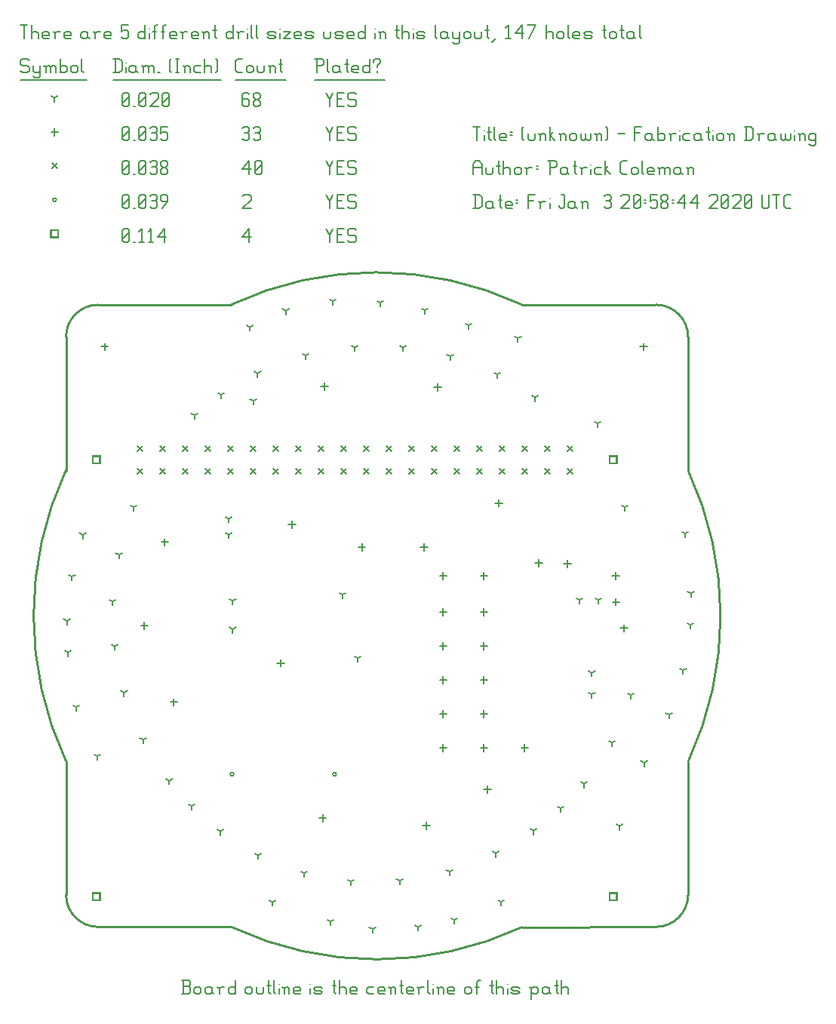
<source format=gbr>
G04 start of page 12 for group -3984 idx -3984 *
G04 Title: (unknown), fab *
G04 Creator: pcb 4.2.0 *
G04 CreationDate: Fri Jan  3 20:58:43 2020 UTC *
G04 For: blinken *
G04 Format: Gerber/RS-274X *
G04 PCB-Dimensions (mil): 3149.61 3149.61 *
G04 PCB-Coordinate-Origin: lower left *
%MOIN*%
%FSLAX25Y25*%
%LNFAB*%
%ADD65C,0.0100*%
%ADD64C,0.0075*%
%ADD63C,0.0060*%
%ADD62R,0.0080X0.0080*%
G54D62*X31865Y35065D02*X35065D01*
X31865D02*Y31865D01*
X35065D01*
Y35065D02*Y31865D01*
X260211Y35065D02*X263411D01*
X260211D02*Y31865D01*
X263411D01*
Y35065D02*Y31865D01*
X260211Y227978D02*X263411D01*
X260211D02*Y224778D01*
X263411D01*
Y227978D02*Y224778D01*
X31865Y227978D02*X35065D01*
X31865D02*Y224778D01*
X35065D01*
Y227978D02*Y224778D01*
X13400Y327811D02*X16600D01*
X13400D02*Y324611D01*
X16600D01*
Y327811D02*Y324611D01*
G54D63*X135000Y328461D02*X136500Y325461D01*
X138000Y328461D01*
X136500Y325461D02*Y322461D01*
X139800Y325761D02*X142050D01*
X139800Y322461D02*X142800D01*
X139800Y328461D02*Y322461D01*
Y328461D02*X142800D01*
X147600D02*X148350Y327711D01*
X145350Y328461D02*X147600D01*
X144600Y327711D02*X145350Y328461D01*
X144600Y327711D02*Y326211D01*
X145350Y325461D01*
X147600D01*
X148350Y324711D01*
Y323211D01*
X147600Y322461D02*X148350Y323211D01*
X145350Y322461D02*X147600D01*
X144600Y323211D02*X145350Y322461D01*
X98000Y324711D02*X101000Y328461D01*
X98000Y324711D02*X101750D01*
X101000Y328461D02*Y322461D01*
X45000Y323211D02*X45750Y322461D01*
X45000Y327711D02*Y323211D01*
Y327711D02*X45750Y328461D01*
X47250D01*
X48000Y327711D01*
Y323211D01*
X47250Y322461D02*X48000Y323211D01*
X45750Y322461D02*X47250D01*
X45000Y323961D02*X48000Y326961D01*
X49800Y322461D02*X50550D01*
X52350Y327261D02*X53550Y328461D01*
Y322461D01*
X52350D02*X54600D01*
X56400Y327261D02*X57600Y328461D01*
Y322461D01*
X56400D02*X58650D01*
X60450Y324711D02*X63450Y328461D01*
X60450Y324711D02*X64200D01*
X63450Y328461D02*Y322461D01*
X137877Y87487D02*G75*G03X139477Y87487I800J0D01*G01*
G75*G03X137877Y87487I-800J0D01*G01*
X92601D02*G75*G03X94201Y87487I800J0D01*G01*
G75*G03X92601Y87487I-800J0D01*G01*
X14200Y341211D02*G75*G03X15800Y341211I800J0D01*G01*
G75*G03X14200Y341211I-800J0D01*G01*
X135000Y343461D02*X136500Y340461D01*
X138000Y343461D01*
X136500Y340461D02*Y337461D01*
X139800Y340761D02*X142050D01*
X139800Y337461D02*X142800D01*
X139800Y343461D02*Y337461D01*
Y343461D02*X142800D01*
X147600D02*X148350Y342711D01*
X145350Y343461D02*X147600D01*
X144600Y342711D02*X145350Y343461D01*
X144600Y342711D02*Y341211D01*
X145350Y340461D01*
X147600D01*
X148350Y339711D01*
Y338211D01*
X147600Y337461D02*X148350Y338211D01*
X145350Y337461D02*X147600D01*
X144600Y338211D02*X145350Y337461D01*
X98000Y342711D02*X98750Y343461D01*
X101000D01*
X101750Y342711D01*
Y341211D01*
X98000Y337461D02*X101750Y341211D01*
X98000Y337461D02*X101750D01*
X45000Y338211D02*X45750Y337461D01*
X45000Y342711D02*Y338211D01*
Y342711D02*X45750Y343461D01*
X47250D01*
X48000Y342711D01*
Y338211D01*
X47250Y337461D02*X48000Y338211D01*
X45750Y337461D02*X47250D01*
X45000Y338961D02*X48000Y341961D01*
X49800Y337461D02*X50550D01*
X52350Y338211D02*X53100Y337461D01*
X52350Y342711D02*Y338211D01*
Y342711D02*X53100Y343461D01*
X54600D01*
X55350Y342711D01*
Y338211D01*
X54600Y337461D02*X55350Y338211D01*
X53100Y337461D02*X54600D01*
X52350Y338961D02*X55350Y341961D01*
X57150Y342711D02*X57900Y343461D01*
X59400D01*
X60150Y342711D01*
X59400Y337461D02*X60150Y338211D01*
X57900Y337461D02*X59400D01*
X57150Y338211D02*X57900Y337461D01*
Y340761D02*X59400D01*
X60150Y342711D02*Y341511D01*
Y340011D02*Y338211D01*
Y340011D02*X59400Y340761D01*
X60150Y341511D02*X59400Y340761D01*
X62700Y337461D02*X64950Y340461D01*
Y342711D02*Y340461D01*
X64200Y343461D02*X64950Y342711D01*
X62700Y343461D02*X64200D01*
X61950Y342711D02*X62700Y343461D01*
X61950Y342711D02*Y341211D01*
X62700Y340461D01*
X64950D01*
X51595Y222499D02*X53995Y220099D01*
X51595D02*X53995Y222499D01*
X51595Y232499D02*X53995Y230099D01*
X51595D02*X53995Y232499D01*
X61595Y222499D02*X63995Y220099D01*
X61595D02*X63995Y222499D01*
X61595Y232499D02*X63995Y230099D01*
X61595D02*X63995Y232499D01*
X71595Y222499D02*X73995Y220099D01*
X71595D02*X73995Y222499D01*
X71595Y232499D02*X73995Y230099D01*
X71595D02*X73995Y232499D01*
X81595Y222499D02*X83995Y220099D01*
X81595D02*X83995Y222499D01*
X81595Y232499D02*X83995Y230099D01*
X81595D02*X83995Y232499D01*
X91595Y222499D02*X93995Y220099D01*
X91595D02*X93995Y222499D01*
X91595Y232499D02*X93995Y230099D01*
X91595D02*X93995Y232499D01*
X101595Y222499D02*X103995Y220099D01*
X101595D02*X103995Y222499D01*
X101595Y232499D02*X103995Y230099D01*
X101595D02*X103995Y232499D01*
X111595Y222499D02*X113995Y220099D01*
X111595D02*X113995Y222499D01*
X111595Y232499D02*X113995Y230099D01*
X111595D02*X113995Y232499D01*
X121595Y222499D02*X123995Y220099D01*
X121595D02*X123995Y222499D01*
X121595Y232499D02*X123995Y230099D01*
X121595D02*X123995Y232499D01*
X131595Y222499D02*X133995Y220099D01*
X131595D02*X133995Y222499D01*
X131595Y232499D02*X133995Y230099D01*
X131595D02*X133995Y232499D01*
X141595Y222499D02*X143995Y220099D01*
X141595D02*X143995Y222499D01*
X141595Y232499D02*X143995Y230099D01*
X141595D02*X143995Y232499D01*
X151595Y222499D02*X153995Y220099D01*
X151595D02*X153995Y222499D01*
X151595Y232499D02*X153995Y230099D01*
X151595D02*X153995Y232499D01*
X161595Y222499D02*X163995Y220099D01*
X161595D02*X163995Y222499D01*
X161595Y232499D02*X163995Y230099D01*
X161595D02*X163995Y232499D01*
X171595Y222499D02*X173995Y220099D01*
X171595D02*X173995Y222499D01*
X171595Y232499D02*X173995Y230099D01*
X171595D02*X173995Y232499D01*
X181595Y222499D02*X183995Y220099D01*
X181595D02*X183995Y222499D01*
X181595Y232499D02*X183995Y230099D01*
X181595D02*X183995Y232499D01*
X191595Y222499D02*X193995Y220099D01*
X191595D02*X193995Y222499D01*
X191595Y232499D02*X193995Y230099D01*
X191595D02*X193995Y232499D01*
X201595Y222499D02*X203995Y220099D01*
X201595D02*X203995Y222499D01*
X201595Y232499D02*X203995Y230099D01*
X201595D02*X203995Y232499D01*
X211595Y222499D02*X213995Y220099D01*
X211595D02*X213995Y222499D01*
X211595Y232499D02*X213995Y230099D01*
X211595D02*X213995Y232499D01*
X221595Y222499D02*X223995Y220099D01*
X221595D02*X223995Y222499D01*
X221595Y232499D02*X223995Y230099D01*
X221595D02*X223995Y232499D01*
X231595Y222499D02*X233995Y220099D01*
X231595D02*X233995Y222499D01*
X231595Y232499D02*X233995Y230099D01*
X231595D02*X233995Y232499D01*
X241595Y222499D02*X243995Y220099D01*
X241595D02*X243995Y222499D01*
X241595Y232499D02*X243995Y230099D01*
X241595D02*X243995Y232499D01*
X13800Y357411D02*X16200Y355011D01*
X13800D02*X16200Y357411D01*
X135000Y358461D02*X136500Y355461D01*
X138000Y358461D01*
X136500Y355461D02*Y352461D01*
X139800Y355761D02*X142050D01*
X139800Y352461D02*X142800D01*
X139800Y358461D02*Y352461D01*
Y358461D02*X142800D01*
X147600D02*X148350Y357711D01*
X145350Y358461D02*X147600D01*
X144600Y357711D02*X145350Y358461D01*
X144600Y357711D02*Y356211D01*
X145350Y355461D01*
X147600D01*
X148350Y354711D01*
Y353211D01*
X147600Y352461D02*X148350Y353211D01*
X145350Y352461D02*X147600D01*
X144600Y353211D02*X145350Y352461D01*
X98000Y354711D02*X101000Y358461D01*
X98000Y354711D02*X101750D01*
X101000Y358461D02*Y352461D01*
X103550Y353211D02*X104300Y352461D01*
X103550Y357711D02*Y353211D01*
Y357711D02*X104300Y358461D01*
X105800D01*
X106550Y357711D01*
Y353211D01*
X105800Y352461D02*X106550Y353211D01*
X104300Y352461D02*X105800D01*
X103550Y353961D02*X106550Y356961D01*
X45000Y353211D02*X45750Y352461D01*
X45000Y357711D02*Y353211D01*
Y357711D02*X45750Y358461D01*
X47250D01*
X48000Y357711D01*
Y353211D01*
X47250Y352461D02*X48000Y353211D01*
X45750Y352461D02*X47250D01*
X45000Y353961D02*X48000Y356961D01*
X49800Y352461D02*X50550D01*
X52350Y353211D02*X53100Y352461D01*
X52350Y357711D02*Y353211D01*
Y357711D02*X53100Y358461D01*
X54600D01*
X55350Y357711D01*
Y353211D01*
X54600Y352461D02*X55350Y353211D01*
X53100Y352461D02*X54600D01*
X52350Y353961D02*X55350Y356961D01*
X57150Y357711D02*X57900Y358461D01*
X59400D01*
X60150Y357711D01*
X59400Y352461D02*X60150Y353211D01*
X57900Y352461D02*X59400D01*
X57150Y353211D02*X57900Y352461D01*
Y355761D02*X59400D01*
X60150Y357711D02*Y356511D01*
Y355011D02*Y353211D01*
Y355011D02*X59400Y355761D01*
X60150Y356511D02*X59400Y355761D01*
X61950Y353211D02*X62700Y352461D01*
X61950Y354411D02*Y353211D01*
Y354411D02*X63000Y355461D01*
X63900D01*
X64950Y354411D01*
Y353211D01*
X64200Y352461D02*X64950Y353211D01*
X62700Y352461D02*X64200D01*
X61950Y356511D02*X63000Y355461D01*
X61950Y357711D02*Y356511D01*
Y357711D02*X62700Y358461D01*
X64200D01*
X64950Y357711D01*
Y356511D01*
X63900Y355461D02*X64950Y356511D01*
X211295Y208899D02*Y205699D01*
X209695Y207299D02*X212895D01*
X150795Y189399D02*Y186199D01*
X149195Y187799D02*X152395D01*
X178295Y189399D02*Y186199D01*
X176695Y187799D02*X179895D01*
X206295Y82399D02*Y79199D01*
X204695Y80799D02*X207895D01*
X119985Y199376D02*Y196176D01*
X118385Y197776D02*X121585D01*
X186685Y160876D02*Y157676D01*
X185085Y159276D02*X188285D01*
X204685Y160876D02*Y157676D01*
X203085Y159276D02*X206285D01*
X186685Y145876D02*Y142676D01*
X185085Y144276D02*X188285D01*
X186685Y130876D02*Y127676D01*
X185085Y129276D02*X188285D01*
X186685Y115876D02*Y112676D01*
X185085Y114276D02*X188285D01*
X186685Y100876D02*Y97676D01*
X185085Y99276D02*X188285D01*
X204685Y100876D02*Y97676D01*
X203085Y99276D02*X206285D01*
X204685Y115876D02*Y112676D01*
X203085Y114276D02*X206285D01*
X204685Y130876D02*Y127676D01*
X203085Y129276D02*X206285D01*
X204685Y145876D02*Y142676D01*
X203085Y144276D02*X206285D01*
X222685Y100876D02*Y97676D01*
X221085Y99276D02*X224285D01*
X186685Y176876D02*Y173676D01*
X185085Y175276D02*X188285D01*
X114961Y138214D02*Y135014D01*
X113361Y136614D02*X116561D01*
X67700Y120961D02*Y117761D01*
X66100Y119361D02*X69300D01*
X133400Y69761D02*Y66561D01*
X131800Y68161D02*X135000D01*
X179200Y66461D02*Y63261D01*
X177600Y64861D02*X180800D01*
X54700Y154861D02*Y151661D01*
X53100Y153261D02*X56300D01*
X63700Y191661D02*Y188461D01*
X62100Y190061D02*X65300D01*
X134200Y260361D02*Y257161D01*
X132600Y258761D02*X135800D01*
X184200Y260061D02*Y256861D01*
X182600Y258461D02*X185800D01*
X37100Y277961D02*Y274761D01*
X35500Y276361D02*X38700D01*
X275300Y277961D02*Y274761D01*
X273700Y276361D02*X276900D01*
X262900Y176761D02*Y173561D01*
X261300Y175161D02*X264500D01*
X263000Y165261D02*Y162061D01*
X261400Y163661D02*X264600D01*
X266500Y153661D02*Y150461D01*
X264900Y152061D02*X268100D01*
X228800Y182361D02*Y179161D01*
X227200Y180761D02*X230400D01*
X241600Y182161D02*Y178961D01*
X240000Y180561D02*X243200D01*
X204700Y176861D02*Y173661D01*
X203100Y175261D02*X206300D01*
X15000Y372811D02*Y369611D01*
X13400Y371211D02*X16600D01*
X135000Y373461D02*X136500Y370461D01*
X138000Y373461D01*
X136500Y370461D02*Y367461D01*
X139800Y370761D02*X142050D01*
X139800Y367461D02*X142800D01*
X139800Y373461D02*Y367461D01*
Y373461D02*X142800D01*
X147600D02*X148350Y372711D01*
X145350Y373461D02*X147600D01*
X144600Y372711D02*X145350Y373461D01*
X144600Y372711D02*Y371211D01*
X145350Y370461D01*
X147600D01*
X148350Y369711D01*
Y368211D01*
X147600Y367461D02*X148350Y368211D01*
X145350Y367461D02*X147600D01*
X144600Y368211D02*X145350Y367461D01*
X98000Y372711D02*X98750Y373461D01*
X100250D01*
X101000Y372711D01*
X100250Y367461D02*X101000Y368211D01*
X98750Y367461D02*X100250D01*
X98000Y368211D02*X98750Y367461D01*
Y370761D02*X100250D01*
X101000Y372711D02*Y371511D01*
Y370011D02*Y368211D01*
Y370011D02*X100250Y370761D01*
X101000Y371511D02*X100250Y370761D01*
X102800Y372711D02*X103550Y373461D01*
X105050D01*
X105800Y372711D01*
X105050Y367461D02*X105800Y368211D01*
X103550Y367461D02*X105050D01*
X102800Y368211D02*X103550Y367461D01*
Y370761D02*X105050D01*
X105800Y372711D02*Y371511D01*
Y370011D02*Y368211D01*
Y370011D02*X105050Y370761D01*
X105800Y371511D02*X105050Y370761D01*
X45000Y368211D02*X45750Y367461D01*
X45000Y372711D02*Y368211D01*
Y372711D02*X45750Y373461D01*
X47250D01*
X48000Y372711D01*
Y368211D01*
X47250Y367461D02*X48000Y368211D01*
X45750Y367461D02*X47250D01*
X45000Y368961D02*X48000Y371961D01*
X49800Y367461D02*X50550D01*
X52350Y368211D02*X53100Y367461D01*
X52350Y372711D02*Y368211D01*
Y372711D02*X53100Y373461D01*
X54600D01*
X55350Y372711D01*
Y368211D01*
X54600Y367461D02*X55350Y368211D01*
X53100Y367461D02*X54600D01*
X52350Y368961D02*X55350Y371961D01*
X57150Y372711D02*X57900Y373461D01*
X59400D01*
X60150Y372711D01*
X59400Y367461D02*X60150Y368211D01*
X57900Y367461D02*X59400D01*
X57150Y368211D02*X57900Y367461D01*
Y370761D02*X59400D01*
X60150Y372711D02*Y371511D01*
Y370011D02*Y368211D01*
Y370011D02*X59400Y370761D01*
X60150Y371511D02*X59400Y370761D01*
X61950Y373461D02*X64950D01*
X61950D02*Y370461D01*
X62700Y371211D01*
X64200D01*
X64950Y370461D01*
Y368211D01*
X64200Y367461D02*X64950Y368211D01*
X62700Y367461D02*X64200D01*
X61950Y368211D02*X62700Y367461D01*
X91795Y193299D02*Y191699D01*
Y193299D02*X93182Y194099D01*
X91795Y193299D02*X90409Y194099D01*
X142295Y166799D02*Y165199D01*
Y166799D02*X143682Y167599D01*
X142295Y166799D02*X140909Y167599D01*
X148795Y138799D02*Y137199D01*
Y138799D02*X150182Y139599D01*
X148795Y138799D02*X147409Y139599D01*
X91795Y200299D02*Y198699D01*
Y200299D02*X93182Y201099D01*
X91795Y200299D02*X90409Y201099D01*
X76772Y246063D02*Y244463D01*
Y246063D02*X78158Y246863D01*
X76772Y246063D02*X75385Y246863D01*
X88583Y255118D02*Y253518D01*
Y255118D02*X89969Y255918D01*
X88583Y255118D02*X87196Y255918D01*
X125984Y272441D02*Y270841D01*
Y272441D02*X127371Y273241D01*
X125984Y272441D02*X124598Y273241D01*
X147638Y275984D02*Y274384D01*
Y275984D02*X149024Y276784D01*
X147638Y275984D02*X146251Y276784D01*
X168898Y275984D02*Y274384D01*
Y275984D02*X170284Y276784D01*
X168898Y275984D02*X167511Y276784D01*
X189764Y272047D02*Y270447D01*
Y272047D02*X191150Y272847D01*
X189764Y272047D02*X188377Y272847D01*
X210630Y264173D02*Y262573D01*
Y264173D02*X212017Y264973D01*
X210630Y264173D02*X209243Y264973D01*
X227165Y253937D02*Y252337D01*
Y253937D02*X228552Y254737D01*
X227165Y253937D02*X225779Y254737D01*
X254798Y242520D02*Y240920D01*
Y242520D02*X256185Y243320D01*
X254798Y242520D02*X253412Y243320D01*
X266929Y205512D02*Y203912D01*
Y205512D02*X268316Y206312D01*
X266929Y205512D02*X265542Y206312D01*
X104724Y264567D02*Y262967D01*
Y264567D02*X106111Y265367D01*
X104724Y264567D02*X103338Y265367D01*
X269600Y122361D02*Y120761D01*
Y122361D02*X270987Y123161D01*
X269600Y122361D02*X268213Y123161D01*
X261200Y101461D02*Y99861D01*
Y101461D02*X262587Y102261D01*
X261200Y101461D02*X259813Y102261D01*
X248800Y83261D02*Y81661D01*
Y83261D02*X250187Y84061D01*
X248800Y83261D02*X247413Y84061D01*
X238600Y72461D02*Y70861D01*
Y72461D02*X239987Y73261D01*
X238600Y72461D02*X237213Y73261D01*
X226500Y62561D02*Y60961D01*
Y62561D02*X227887Y63361D01*
X226500Y62561D02*X225113Y63361D01*
X209900Y52561D02*Y50961D01*
Y52561D02*X211287Y53361D01*
X209900Y52561D02*X208513Y53361D01*
X189400Y44461D02*Y42861D01*
Y44461D02*X190787Y45261D01*
X189400Y44461D02*X188013Y45261D01*
X167400Y40361D02*Y38761D01*
Y40361D02*X168787Y41161D01*
X167400Y40361D02*X166013Y41161D01*
X145800Y40161D02*Y38561D01*
Y40161D02*X147187Y40961D01*
X145800Y40161D02*X144413Y40961D01*
X125197Y43701D02*Y42101D01*
Y43701D02*X126584Y44501D01*
X125197Y43701D02*X123810Y44501D01*
X104800Y51661D02*Y50061D01*
Y51661D02*X106187Y52461D01*
X104800Y51661D02*X103413Y52461D01*
X88300Y62261D02*Y60661D01*
Y62261D02*X89687Y63061D01*
X88300Y62261D02*X86913Y63061D01*
X75600Y73461D02*Y71861D01*
Y73461D02*X76987Y74261D01*
X75600Y73461D02*X74213Y74261D01*
X65700Y84661D02*Y83061D01*
Y84661D02*X67087Y85461D01*
X65700Y84661D02*X64313Y85461D01*
X54100Y102761D02*Y101161D01*
Y102761D02*X55487Y103561D01*
X54100Y102761D02*X52713Y103561D01*
X45700Y123561D02*Y121961D01*
Y123561D02*X47087Y124361D01*
X45700Y123561D02*X44313Y124361D01*
X41500Y143961D02*Y142361D01*
Y143961D02*X42887Y144761D01*
X41500Y143961D02*X40113Y144761D01*
X40600Y163861D02*Y162261D01*
Y163861D02*X41987Y164661D01*
X40600Y163861D02*X39213Y164661D01*
X43400Y184461D02*Y182861D01*
Y184461D02*X44787Y185261D01*
X43400Y184461D02*X42013Y185261D01*
X50000Y205512D02*Y203912D01*
Y205512D02*X51387Y206312D01*
X50000Y205512D02*X48613Y206312D01*
X155400Y19061D02*Y17461D01*
Y19061D02*X156787Y19861D01*
X155400Y19061D02*X154013Y19861D01*
X175600Y19961D02*Y18361D01*
Y19961D02*X176987Y20761D01*
X175600Y19961D02*X174213Y20761D01*
X136900Y22461D02*Y20861D01*
Y22461D02*X138287Y23261D01*
X136900Y22461D02*X135513Y23261D01*
X111200Y30961D02*Y29361D01*
Y30961D02*X112587Y31761D01*
X111200Y30961D02*X109813Y31761D01*
X20900Y141261D02*Y139661D01*
Y141261D02*X22287Y142061D01*
X20900Y141261D02*X19513Y142061D01*
X22700Y174861D02*Y173261D01*
Y174861D02*X24087Y175661D01*
X22700Y174861D02*X21313Y175661D01*
X20400Y155261D02*Y153661D01*
Y155261D02*X21787Y156061D01*
X20400Y155261D02*X19013Y156061D01*
X24500Y117061D02*Y115461D01*
Y117061D02*X25887Y117861D01*
X24500Y117061D02*X23113Y117861D01*
X33800Y95361D02*Y93761D01*
Y95361D02*X35187Y96161D01*
X33800Y95361D02*X32413Y96161D01*
X27400Y193261D02*Y191661D01*
Y193261D02*X28787Y194061D01*
X27400Y193261D02*X26013Y194061D01*
X102756Y252362D02*Y250762D01*
Y252362D02*X104143Y253162D01*
X102756Y252362D02*X101369Y253162D01*
X93701Y164173D02*Y162573D01*
Y164173D02*X95087Y164973D01*
X93701Y164173D02*X92314Y164973D01*
X93701Y151575D02*Y149975D01*
Y151575D02*X95087Y152375D01*
X93701Y151575D02*X92314Y152375D01*
X252362Y132283D02*Y130683D01*
Y132283D02*X253749Y133083D01*
X252362Y132283D02*X250976Y133083D01*
X252362Y122835D02*Y121235D01*
Y122835D02*X253749Y123635D01*
X252362Y122835D02*X250976Y123635D01*
X255200Y164361D02*Y162761D01*
Y164361D02*X256587Y165161D01*
X255200Y164361D02*X253813Y165161D01*
X247000Y164361D02*Y162761D01*
Y164361D02*X248387Y165161D01*
X247000Y164361D02*X245613Y165161D01*
X293500Y193861D02*Y192261D01*
Y193861D02*X294887Y194661D01*
X293500Y193861D02*X292113Y194661D01*
X296100Y167361D02*Y165761D01*
Y167361D02*X297487Y168161D01*
X296100Y167361D02*X294713Y168161D01*
X296000Y153461D02*Y151861D01*
Y153461D02*X297387Y154261D01*
X296000Y153461D02*X294613Y154261D01*
X292700Y133361D02*Y131761D01*
Y133361D02*X294087Y134161D01*
X292700Y133361D02*X291313Y134161D01*
X286400Y113861D02*Y112261D01*
Y113861D02*X287787Y114661D01*
X286400Y113861D02*X285013Y114661D01*
X275400Y92561D02*Y90961D01*
Y92561D02*X276787Y93361D01*
X275400Y92561D02*X274013Y93361D01*
X264600Y64561D02*Y62961D01*
Y64561D02*X265987Y65361D01*
X264600Y64561D02*X263213Y65361D01*
X191600Y23061D02*Y21461D01*
Y23061D02*X192987Y23861D01*
X191600Y23061D02*X190213Y23861D01*
X212300Y31161D02*Y29561D01*
Y31161D02*X213687Y31961D01*
X212300Y31161D02*X210913Y31961D01*
X101300Y284961D02*Y283361D01*
Y284961D02*X102687Y285761D01*
X101300Y284961D02*X99913Y285761D01*
X117100Y292261D02*Y290661D01*
Y292261D02*X118487Y293061D01*
X117100Y292261D02*X115713Y293061D01*
X137800Y296461D02*Y294861D01*
Y296461D02*X139187Y297261D01*
X137800Y296461D02*X136413Y297261D01*
X158900Y295861D02*Y294261D01*
Y295861D02*X160287Y296661D01*
X158900Y295861D02*X157513Y296661D01*
X178600Y292461D02*Y290861D01*
Y292461D02*X179987Y293261D01*
X178600Y292461D02*X177213Y293261D01*
X198000Y285861D02*Y284261D01*
Y285861D02*X199387Y286661D01*
X198000Y285861D02*X196613Y286661D01*
X219700Y280161D02*Y278561D01*
Y280161D02*X221087Y280961D01*
X219700Y280161D02*X218313Y280961D01*
X15000Y386211D02*Y384611D01*
Y386211D02*X16387Y387011D01*
X15000Y386211D02*X13613Y387011D01*
X135000Y388461D02*X136500Y385461D01*
X138000Y388461D01*
X136500Y385461D02*Y382461D01*
X139800Y385761D02*X142050D01*
X139800Y382461D02*X142800D01*
X139800Y388461D02*Y382461D01*
Y388461D02*X142800D01*
X147600D02*X148350Y387711D01*
X145350Y388461D02*X147600D01*
X144600Y387711D02*X145350Y388461D01*
X144600Y387711D02*Y386211D01*
X145350Y385461D01*
X147600D01*
X148350Y384711D01*
Y383211D01*
X147600Y382461D02*X148350Y383211D01*
X145350Y382461D02*X147600D01*
X144600Y383211D02*X145350Y382461D01*
X100250Y388461D02*X101000Y387711D01*
X98750Y388461D02*X100250D01*
X98000Y387711D02*X98750Y388461D01*
X98000Y387711D02*Y383211D01*
X98750Y382461D01*
X100250Y385761D02*X101000Y385011D01*
X98000Y385761D02*X100250D01*
X98750Y382461D02*X100250D01*
X101000Y383211D01*
Y385011D02*Y383211D01*
X102800D02*X103550Y382461D01*
X102800Y384411D02*Y383211D01*
Y384411D02*X103850Y385461D01*
X104750D01*
X105800Y384411D01*
Y383211D01*
X105050Y382461D02*X105800Y383211D01*
X103550Y382461D02*X105050D01*
X102800Y386511D02*X103850Y385461D01*
X102800Y387711D02*Y386511D01*
Y387711D02*X103550Y388461D01*
X105050D01*
X105800Y387711D01*
Y386511D01*
X104750Y385461D02*X105800Y386511D01*
X45000Y383211D02*X45750Y382461D01*
X45000Y387711D02*Y383211D01*
Y387711D02*X45750Y388461D01*
X47250D01*
X48000Y387711D01*
Y383211D01*
X47250Y382461D02*X48000Y383211D01*
X45750Y382461D02*X47250D01*
X45000Y383961D02*X48000Y386961D01*
X49800Y382461D02*X50550D01*
X52350Y383211D02*X53100Y382461D01*
X52350Y387711D02*Y383211D01*
Y387711D02*X53100Y388461D01*
X54600D01*
X55350Y387711D01*
Y383211D01*
X54600Y382461D02*X55350Y383211D01*
X53100Y382461D02*X54600D01*
X52350Y383961D02*X55350Y386961D01*
X57150Y387711D02*X57900Y388461D01*
X60150D01*
X60900Y387711D01*
Y386211D01*
X57150Y382461D02*X60900Y386211D01*
X57150Y382461D02*X60900D01*
X62700Y383211D02*X63450Y382461D01*
X62700Y387711D02*Y383211D01*
Y387711D02*X63450Y388461D01*
X64950D01*
X65700Y387711D01*
Y383211D01*
X64950Y382461D02*X65700Y383211D01*
X63450Y382461D02*X64950D01*
X62700Y383961D02*X65700Y386961D01*
X3000Y403461D02*X3750Y402711D01*
X750Y403461D02*X3000D01*
X0Y402711D02*X750Y403461D01*
X0Y402711D02*Y401211D01*
X750Y400461D01*
X3000D01*
X3750Y399711D01*
Y398211D01*
X3000Y397461D02*X3750Y398211D01*
X750Y397461D02*X3000D01*
X0Y398211D02*X750Y397461D01*
X5550Y400461D02*Y398211D01*
X6300Y397461D01*
X8550Y400461D02*Y395961D01*
X7800Y395211D02*X8550Y395961D01*
X6300Y395211D02*X7800D01*
X5550Y395961D02*X6300Y395211D01*
Y397461D02*X7800D01*
X8550Y398211D01*
X11100Y399711D02*Y397461D01*
Y399711D02*X11850Y400461D01*
X12600D01*
X13350Y399711D01*
Y397461D01*
Y399711D02*X14100Y400461D01*
X14850D01*
X15600Y399711D01*
Y397461D01*
X10350Y400461D02*X11100Y399711D01*
X17400Y403461D02*Y397461D01*
Y398211D02*X18150Y397461D01*
X19650D01*
X20400Y398211D01*
Y399711D02*Y398211D01*
X19650Y400461D02*X20400Y399711D01*
X18150Y400461D02*X19650D01*
X17400Y399711D02*X18150Y400461D01*
X22200Y399711D02*Y398211D01*
Y399711D02*X22950Y400461D01*
X24450D01*
X25200Y399711D01*
Y398211D01*
X24450Y397461D02*X25200Y398211D01*
X22950Y397461D02*X24450D01*
X22200Y398211D02*X22950Y397461D01*
X27000Y403461D02*Y398211D01*
X27750Y397461D01*
X0Y394211D02*X29250D01*
X41750Y403461D02*Y397461D01*
X43700Y403461D02*X44750Y402411D01*
Y398511D01*
X43700Y397461D02*X44750Y398511D01*
X41000Y397461D02*X43700D01*
X41000Y403461D02*X43700D01*
G54D64*X46550Y401961D02*Y401811D01*
G54D63*Y399711D02*Y397461D01*
X50300Y400461D02*X51050Y399711D01*
X48800Y400461D02*X50300D01*
X48050Y399711D02*X48800Y400461D01*
X48050Y399711D02*Y398211D01*
X48800Y397461D01*
X51050Y400461D02*Y398211D01*
X51800Y397461D01*
X48800D02*X50300D01*
X51050Y398211D01*
X54350Y399711D02*Y397461D01*
Y399711D02*X55100Y400461D01*
X55850D01*
X56600Y399711D01*
Y397461D01*
Y399711D02*X57350Y400461D01*
X58100D01*
X58850Y399711D01*
Y397461D01*
X53600Y400461D02*X54350Y399711D01*
X60650Y397461D02*X61400D01*
X65900Y398211D02*X66650Y397461D01*
X65900Y402711D02*X66650Y403461D01*
X65900Y402711D02*Y398211D01*
X68450Y403461D02*X69950D01*
X69200D02*Y397461D01*
X68450D02*X69950D01*
X72500Y399711D02*Y397461D01*
Y399711D02*X73250Y400461D01*
X74000D01*
X74750Y399711D01*
Y397461D01*
X71750Y400461D02*X72500Y399711D01*
X77300Y400461D02*X79550D01*
X76550Y399711D02*X77300Y400461D01*
X76550Y399711D02*Y398211D01*
X77300Y397461D01*
X79550D01*
X81350Y403461D02*Y397461D01*
Y399711D02*X82100Y400461D01*
X83600D01*
X84350Y399711D01*
Y397461D01*
X86150Y403461D02*X86900Y402711D01*
Y398211D01*
X86150Y397461D02*X86900Y398211D01*
X41000Y394211D02*X88700D01*
X96050Y397461D02*X98000D01*
X95000Y398511D02*X96050Y397461D01*
X95000Y402411D02*Y398511D01*
Y402411D02*X96050Y403461D01*
X98000D01*
X99800Y399711D02*Y398211D01*
Y399711D02*X100550Y400461D01*
X102050D01*
X102800Y399711D01*
Y398211D01*
X102050Y397461D02*X102800Y398211D01*
X100550Y397461D02*X102050D01*
X99800Y398211D02*X100550Y397461D01*
X104600Y400461D02*Y398211D01*
X105350Y397461D01*
X106850D01*
X107600Y398211D01*
Y400461D02*Y398211D01*
X110150Y399711D02*Y397461D01*
Y399711D02*X110900Y400461D01*
X111650D01*
X112400Y399711D01*
Y397461D01*
X109400Y400461D02*X110150Y399711D01*
X114950Y403461D02*Y398211D01*
X115700Y397461D01*
X114200Y401211D02*X115700D01*
X95000Y394211D02*X117200D01*
X130750Y403461D02*Y397461D01*
X130000Y403461D02*X133000D01*
X133750Y402711D01*
Y401211D01*
X133000Y400461D02*X133750Y401211D01*
X130750Y400461D02*X133000D01*
X135550Y403461D02*Y398211D01*
X136300Y397461D01*
X140050Y400461D02*X140800Y399711D01*
X138550Y400461D02*X140050D01*
X137800Y399711D02*X138550Y400461D01*
X137800Y399711D02*Y398211D01*
X138550Y397461D01*
X140800Y400461D02*Y398211D01*
X141550Y397461D01*
X138550D02*X140050D01*
X140800Y398211D01*
X144100Y403461D02*Y398211D01*
X144850Y397461D01*
X143350Y401211D02*X144850D01*
X147100Y397461D02*X149350D01*
X146350Y398211D02*X147100Y397461D01*
X146350Y399711D02*Y398211D01*
Y399711D02*X147100Y400461D01*
X148600D01*
X149350Y399711D01*
X146350Y398961D02*X149350D01*
Y399711D02*Y398961D01*
X154150Y403461D02*Y397461D01*
X153400D02*X154150Y398211D01*
X151900Y397461D02*X153400D01*
X151150Y398211D02*X151900Y397461D01*
X151150Y399711D02*Y398211D01*
Y399711D02*X151900Y400461D01*
X153400D01*
X154150Y399711D01*
X157450Y400461D02*Y399711D01*
Y398211D02*Y397461D01*
X155950Y402711D02*Y401961D01*
Y402711D02*X156700Y403461D01*
X158200D01*
X158950Y402711D01*
Y401961D01*
X157450Y400461D02*X158950Y401961D01*
X130000Y394211D02*X160750D01*
X0Y418461D02*X3000D01*
X1500D02*Y412461D01*
X4800Y418461D02*Y412461D01*
Y414711D02*X5550Y415461D01*
X7050D01*
X7800Y414711D01*
Y412461D01*
X10350D02*X12600D01*
X9600Y413211D02*X10350Y412461D01*
X9600Y414711D02*Y413211D01*
Y414711D02*X10350Y415461D01*
X11850D01*
X12600Y414711D01*
X9600Y413961D02*X12600D01*
Y414711D02*Y413961D01*
X15150Y414711D02*Y412461D01*
Y414711D02*X15900Y415461D01*
X17400D01*
X14400D02*X15150Y414711D01*
X19950Y412461D02*X22200D01*
X19200Y413211D02*X19950Y412461D01*
X19200Y414711D02*Y413211D01*
Y414711D02*X19950Y415461D01*
X21450D01*
X22200Y414711D01*
X19200Y413961D02*X22200D01*
Y414711D02*Y413961D01*
X28950Y415461D02*X29700Y414711D01*
X27450Y415461D02*X28950D01*
X26700Y414711D02*X27450Y415461D01*
X26700Y414711D02*Y413211D01*
X27450Y412461D01*
X29700Y415461D02*Y413211D01*
X30450Y412461D01*
X27450D02*X28950D01*
X29700Y413211D01*
X33000Y414711D02*Y412461D01*
Y414711D02*X33750Y415461D01*
X35250D01*
X32250D02*X33000Y414711D01*
X37800Y412461D02*X40050D01*
X37050Y413211D02*X37800Y412461D01*
X37050Y414711D02*Y413211D01*
Y414711D02*X37800Y415461D01*
X39300D01*
X40050Y414711D01*
X37050Y413961D02*X40050D01*
Y414711D02*Y413961D01*
X44550Y418461D02*X47550D01*
X44550D02*Y415461D01*
X45300Y416211D01*
X46800D01*
X47550Y415461D01*
Y413211D01*
X46800Y412461D02*X47550Y413211D01*
X45300Y412461D02*X46800D01*
X44550Y413211D02*X45300Y412461D01*
X55050Y418461D02*Y412461D01*
X54300D02*X55050Y413211D01*
X52800Y412461D02*X54300D01*
X52050Y413211D02*X52800Y412461D01*
X52050Y414711D02*Y413211D01*
Y414711D02*X52800Y415461D01*
X54300D01*
X55050Y414711D01*
G54D64*X56850Y416961D02*Y416811D01*
G54D63*Y414711D02*Y412461D01*
X59100Y417711D02*Y412461D01*
Y417711D02*X59850Y418461D01*
X60600D01*
X58350Y415461D02*X59850D01*
X62850Y417711D02*Y412461D01*
Y417711D02*X63600Y418461D01*
X64350D01*
X62100Y415461D02*X63600D01*
X66600Y412461D02*X68850D01*
X65850Y413211D02*X66600Y412461D01*
X65850Y414711D02*Y413211D01*
Y414711D02*X66600Y415461D01*
X68100D01*
X68850Y414711D01*
X65850Y413961D02*X68850D01*
Y414711D02*Y413961D01*
X71400Y414711D02*Y412461D01*
Y414711D02*X72150Y415461D01*
X73650D01*
X70650D02*X71400Y414711D01*
X76200Y412461D02*X78450D01*
X75450Y413211D02*X76200Y412461D01*
X75450Y414711D02*Y413211D01*
Y414711D02*X76200Y415461D01*
X77700D01*
X78450Y414711D01*
X75450Y413961D02*X78450D01*
Y414711D02*Y413961D01*
X81000Y414711D02*Y412461D01*
Y414711D02*X81750Y415461D01*
X82500D01*
X83250Y414711D01*
Y412461D01*
X80250Y415461D02*X81000Y414711D01*
X85800Y418461D02*Y413211D01*
X86550Y412461D01*
X85050Y416211D02*X86550D01*
X93750Y418461D02*Y412461D01*
X93000D02*X93750Y413211D01*
X91500Y412461D02*X93000D01*
X90750Y413211D02*X91500Y412461D01*
X90750Y414711D02*Y413211D01*
Y414711D02*X91500Y415461D01*
X93000D01*
X93750Y414711D01*
X96300D02*Y412461D01*
Y414711D02*X97050Y415461D01*
X98550D01*
X95550D02*X96300Y414711D01*
G54D64*X100350Y416961D02*Y416811D01*
G54D63*Y414711D02*Y412461D01*
X101850Y418461D02*Y413211D01*
X102600Y412461D01*
X104100Y418461D02*Y413211D01*
X104850Y412461D01*
X109800D02*X112050D01*
X112800Y413211D01*
X112050Y413961D02*X112800Y413211D01*
X109800Y413961D02*X112050D01*
X109050Y414711D02*X109800Y413961D01*
X109050Y414711D02*X109800Y415461D01*
X112050D01*
X112800Y414711D01*
X109050Y413211D02*X109800Y412461D01*
G54D64*X114600Y416961D02*Y416811D01*
G54D63*Y414711D02*Y412461D01*
X116100Y415461D02*X119100D01*
X116100Y412461D02*X119100Y415461D01*
X116100Y412461D02*X119100D01*
X121650D02*X123900D01*
X120900Y413211D02*X121650Y412461D01*
X120900Y414711D02*Y413211D01*
Y414711D02*X121650Y415461D01*
X123150D01*
X123900Y414711D01*
X120900Y413961D02*X123900D01*
Y414711D02*Y413961D01*
X126450Y412461D02*X128700D01*
X129450Y413211D01*
X128700Y413961D02*X129450Y413211D01*
X126450Y413961D02*X128700D01*
X125700Y414711D02*X126450Y413961D01*
X125700Y414711D02*X126450Y415461D01*
X128700D01*
X129450Y414711D01*
X125700Y413211D02*X126450Y412461D01*
X133950Y415461D02*Y413211D01*
X134700Y412461D01*
X136200D01*
X136950Y413211D01*
Y415461D02*Y413211D01*
X139500Y412461D02*X141750D01*
X142500Y413211D01*
X141750Y413961D02*X142500Y413211D01*
X139500Y413961D02*X141750D01*
X138750Y414711D02*X139500Y413961D01*
X138750Y414711D02*X139500Y415461D01*
X141750D01*
X142500Y414711D01*
X138750Y413211D02*X139500Y412461D01*
X145050D02*X147300D01*
X144300Y413211D02*X145050Y412461D01*
X144300Y414711D02*Y413211D01*
Y414711D02*X145050Y415461D01*
X146550D01*
X147300Y414711D01*
X144300Y413961D02*X147300D01*
Y414711D02*Y413961D01*
X152100Y418461D02*Y412461D01*
X151350D02*X152100Y413211D01*
X149850Y412461D02*X151350D01*
X149100Y413211D02*X149850Y412461D01*
X149100Y414711D02*Y413211D01*
Y414711D02*X149850Y415461D01*
X151350D01*
X152100Y414711D01*
G54D64*X156600Y416961D02*Y416811D01*
G54D63*Y414711D02*Y412461D01*
X158850Y414711D02*Y412461D01*
Y414711D02*X159600Y415461D01*
X160350D01*
X161100Y414711D01*
Y412461D01*
X158100Y415461D02*X158850Y414711D01*
X166350Y418461D02*Y413211D01*
X167100Y412461D01*
X165600Y416211D02*X167100D01*
X168600Y418461D02*Y412461D01*
Y414711D02*X169350Y415461D01*
X170850D01*
X171600Y414711D01*
Y412461D01*
G54D64*X173400Y416961D02*Y416811D01*
G54D63*Y414711D02*Y412461D01*
X175650D02*X177900D01*
X178650Y413211D01*
X177900Y413961D02*X178650Y413211D01*
X175650Y413961D02*X177900D01*
X174900Y414711D02*X175650Y413961D01*
X174900Y414711D02*X175650Y415461D01*
X177900D01*
X178650Y414711D01*
X174900Y413211D02*X175650Y412461D01*
X183150Y418461D02*Y413211D01*
X183900Y412461D01*
X187650Y415461D02*X188400Y414711D01*
X186150Y415461D02*X187650D01*
X185400Y414711D02*X186150Y415461D01*
X185400Y414711D02*Y413211D01*
X186150Y412461D01*
X188400Y415461D02*Y413211D01*
X189150Y412461D01*
X186150D02*X187650D01*
X188400Y413211D01*
X190950Y415461D02*Y413211D01*
X191700Y412461D01*
X193950Y415461D02*Y410961D01*
X193200Y410211D02*X193950Y410961D01*
X191700Y410211D02*X193200D01*
X190950Y410961D02*X191700Y410211D01*
Y412461D02*X193200D01*
X193950Y413211D01*
X195750Y414711D02*Y413211D01*
Y414711D02*X196500Y415461D01*
X198000D01*
X198750Y414711D01*
Y413211D01*
X198000Y412461D02*X198750Y413211D01*
X196500Y412461D02*X198000D01*
X195750Y413211D02*X196500Y412461D01*
X200550Y415461D02*Y413211D01*
X201300Y412461D01*
X202800D01*
X203550Y413211D01*
Y415461D02*Y413211D01*
X206100Y418461D02*Y413211D01*
X206850Y412461D01*
X205350Y416211D02*X206850D01*
X208350Y410961D02*X209850Y412461D01*
X214350Y417261D02*X215550Y418461D01*
Y412461D01*
X214350D02*X216600D01*
X218400Y414711D02*X221400Y418461D01*
X218400Y414711D02*X222150D01*
X221400Y418461D02*Y412461D01*
X224700D02*X227700Y418461D01*
X223950D02*X227700D01*
X232200D02*Y412461D01*
Y414711D02*X232950Y415461D01*
X234450D01*
X235200Y414711D01*
Y412461D01*
X237000Y414711D02*Y413211D01*
Y414711D02*X237750Y415461D01*
X239250D01*
X240000Y414711D01*
Y413211D01*
X239250Y412461D02*X240000Y413211D01*
X237750Y412461D02*X239250D01*
X237000Y413211D02*X237750Y412461D01*
X241800Y418461D02*Y413211D01*
X242550Y412461D01*
X244800D02*X247050D01*
X244050Y413211D02*X244800Y412461D01*
X244050Y414711D02*Y413211D01*
Y414711D02*X244800Y415461D01*
X246300D01*
X247050Y414711D01*
X244050Y413961D02*X247050D01*
Y414711D02*Y413961D01*
X249600Y412461D02*X251850D01*
X252600Y413211D01*
X251850Y413961D02*X252600Y413211D01*
X249600Y413961D02*X251850D01*
X248850Y414711D02*X249600Y413961D01*
X248850Y414711D02*X249600Y415461D01*
X251850D01*
X252600Y414711D01*
X248850Y413211D02*X249600Y412461D01*
X257850Y418461D02*Y413211D01*
X258600Y412461D01*
X257100Y416211D02*X258600D01*
X260100Y414711D02*Y413211D01*
Y414711D02*X260850Y415461D01*
X262350D01*
X263100Y414711D01*
Y413211D01*
X262350Y412461D02*X263100Y413211D01*
X260850Y412461D02*X262350D01*
X260100Y413211D02*X260850Y412461D01*
X265650Y418461D02*Y413211D01*
X266400Y412461D01*
X264900Y416211D02*X266400D01*
X270150Y415461D02*X270900Y414711D01*
X268650Y415461D02*X270150D01*
X267900Y414711D02*X268650Y415461D01*
X267900Y414711D02*Y413211D01*
X268650Y412461D01*
X270900Y415461D02*Y413211D01*
X271650Y412461D01*
X268650D02*X270150D01*
X270900Y413211D01*
X273450Y418461D02*Y413211D01*
X274200Y412461D01*
G54D65*X20079Y280709D02*Y221654D01*
X294882Y280709D02*Y221654D01*
X221260Y294882D02*X280709D01*
X34252D02*X93307D01*
X20079Y34252D02*Y93307D01*
X93307Y20079D02*X34252D01*
X221434Y19941D02*X280709Y20079D01*
X294882Y34252D02*Y92913D01*
X34252Y20079D02*G75*G02X20079Y34252I0J14173D01*G01*
Y280709D02*G75*G02X34252Y294882I14173J0D01*G01*
X280709D02*G75*G02X294882Y280709I0J-14173D01*G01*
Y34252D02*G75*G02X280709Y20079I-14173J0D01*G01*
X221250Y295020D02*G75*G03X93133Y295020I-64058J-137373D01*G01*
X19941Y221643D02*G75*G03X19941Y93527I137373J-64058D01*G01*
X93317Y19941D02*G75*G03X221434Y19941I64058J137373D01*G01*
X295020Y93317D02*G75*G03X295020Y221434I-137373J64058D01*G01*
G54D63*X71155Y-9500D02*X74155D01*
X74905Y-8750D01*
Y-6950D02*Y-8750D01*
X74155Y-6200D02*X74905Y-6950D01*
X71905Y-6200D02*X74155D01*
X71905Y-3500D02*Y-9500D01*
X71155Y-3500D02*X74155D01*
X74905Y-4250D01*
Y-5450D01*
X74155Y-6200D02*X74905Y-5450D01*
X76705Y-7250D02*Y-8750D01*
Y-7250D02*X77455Y-6500D01*
X78955D01*
X79705Y-7250D01*
Y-8750D01*
X78955Y-9500D02*X79705Y-8750D01*
X77455Y-9500D02*X78955D01*
X76705Y-8750D02*X77455Y-9500D01*
X83755Y-6500D02*X84505Y-7250D01*
X82255Y-6500D02*X83755D01*
X81505Y-7250D02*X82255Y-6500D01*
X81505Y-7250D02*Y-8750D01*
X82255Y-9500D01*
X84505Y-6500D02*Y-8750D01*
X85255Y-9500D01*
X82255D02*X83755D01*
X84505Y-8750D01*
X87805Y-7250D02*Y-9500D01*
Y-7250D02*X88555Y-6500D01*
X90055D01*
X87055D02*X87805Y-7250D01*
X94855Y-3500D02*Y-9500D01*
X94105D02*X94855Y-8750D01*
X92605Y-9500D02*X94105D01*
X91855Y-8750D02*X92605Y-9500D01*
X91855Y-7250D02*Y-8750D01*
Y-7250D02*X92605Y-6500D01*
X94105D01*
X94855Y-7250D01*
X99355D02*Y-8750D01*
Y-7250D02*X100105Y-6500D01*
X101605D01*
X102355Y-7250D01*
Y-8750D01*
X101605Y-9500D02*X102355Y-8750D01*
X100105Y-9500D02*X101605D01*
X99355Y-8750D02*X100105Y-9500D01*
X104155Y-6500D02*Y-8750D01*
X104905Y-9500D01*
X106405D01*
X107155Y-8750D01*
Y-6500D02*Y-8750D01*
X109705Y-3500D02*Y-8750D01*
X110455Y-9500D01*
X108955Y-5750D02*X110455D01*
X111955Y-3500D02*Y-8750D01*
X112705Y-9500D01*
G54D64*X114205Y-5000D02*Y-5150D01*
G54D63*Y-7250D02*Y-9500D01*
X116455Y-7250D02*Y-9500D01*
Y-7250D02*X117205Y-6500D01*
X117955D01*
X118705Y-7250D01*
Y-9500D01*
X115705Y-6500D02*X116455Y-7250D01*
X121255Y-9500D02*X123505D01*
X120505Y-8750D02*X121255Y-9500D01*
X120505Y-7250D02*Y-8750D01*
Y-7250D02*X121255Y-6500D01*
X122755D01*
X123505Y-7250D01*
X120505Y-8000D02*X123505D01*
Y-7250D02*Y-8000D01*
G54D64*X128005Y-5000D02*Y-5150D01*
G54D63*Y-7250D02*Y-9500D01*
X130255D02*X132505D01*
X133255Y-8750D01*
X132505Y-8000D02*X133255Y-8750D01*
X130255Y-8000D02*X132505D01*
X129505Y-7250D02*X130255Y-8000D01*
X129505Y-7250D02*X130255Y-6500D01*
X132505D01*
X133255Y-7250D01*
X129505Y-8750D02*X130255Y-9500D01*
X138505Y-3500D02*Y-8750D01*
X139255Y-9500D01*
X137755Y-5750D02*X139255D01*
X140755Y-3500D02*Y-9500D01*
Y-7250D02*X141505Y-6500D01*
X143005D01*
X143755Y-7250D01*
Y-9500D01*
X146305D02*X148555D01*
X145555Y-8750D02*X146305Y-9500D01*
X145555Y-7250D02*Y-8750D01*
Y-7250D02*X146305Y-6500D01*
X147805D01*
X148555Y-7250D01*
X145555Y-8000D02*X148555D01*
Y-7250D02*Y-8000D01*
X153805Y-6500D02*X156055D01*
X153055Y-7250D02*X153805Y-6500D01*
X153055Y-7250D02*Y-8750D01*
X153805Y-9500D01*
X156055D01*
X158605D02*X160855D01*
X157855Y-8750D02*X158605Y-9500D01*
X157855Y-7250D02*Y-8750D01*
Y-7250D02*X158605Y-6500D01*
X160105D01*
X160855Y-7250D01*
X157855Y-8000D02*X160855D01*
Y-7250D02*Y-8000D01*
X163405Y-7250D02*Y-9500D01*
Y-7250D02*X164155Y-6500D01*
X164905D01*
X165655Y-7250D01*
Y-9500D01*
X162655Y-6500D02*X163405Y-7250D01*
X168205Y-3500D02*Y-8750D01*
X168955Y-9500D01*
X167455Y-5750D02*X168955D01*
X171205Y-9500D02*X173455D01*
X170455Y-8750D02*X171205Y-9500D01*
X170455Y-7250D02*Y-8750D01*
Y-7250D02*X171205Y-6500D01*
X172705D01*
X173455Y-7250D01*
X170455Y-8000D02*X173455D01*
Y-7250D02*Y-8000D01*
X176005Y-7250D02*Y-9500D01*
Y-7250D02*X176755Y-6500D01*
X178255D01*
X175255D02*X176005Y-7250D01*
X180055Y-3500D02*Y-8750D01*
X180805Y-9500D01*
G54D64*X182305Y-5000D02*Y-5150D01*
G54D63*Y-7250D02*Y-9500D01*
X184555Y-7250D02*Y-9500D01*
Y-7250D02*X185305Y-6500D01*
X186055D01*
X186805Y-7250D01*
Y-9500D01*
X183805Y-6500D02*X184555Y-7250D01*
X189355Y-9500D02*X191605D01*
X188605Y-8750D02*X189355Y-9500D01*
X188605Y-7250D02*Y-8750D01*
Y-7250D02*X189355Y-6500D01*
X190855D01*
X191605Y-7250D01*
X188605Y-8000D02*X191605D01*
Y-7250D02*Y-8000D01*
X196105Y-7250D02*Y-8750D01*
Y-7250D02*X196855Y-6500D01*
X198355D01*
X199105Y-7250D01*
Y-8750D01*
X198355Y-9500D02*X199105Y-8750D01*
X196855Y-9500D02*X198355D01*
X196105Y-8750D02*X196855Y-9500D01*
X201655Y-4250D02*Y-9500D01*
Y-4250D02*X202405Y-3500D01*
X203155D01*
X200905Y-6500D02*X202405D01*
X208105Y-3500D02*Y-8750D01*
X208855Y-9500D01*
X207355Y-5750D02*X208855D01*
X210355Y-3500D02*Y-9500D01*
Y-7250D02*X211105Y-6500D01*
X212605D01*
X213355Y-7250D01*
Y-9500D01*
G54D64*X215155Y-5000D02*Y-5150D01*
G54D63*Y-7250D02*Y-9500D01*
X217405D02*X219655D01*
X220405Y-8750D01*
X219655Y-8000D02*X220405Y-8750D01*
X217405Y-8000D02*X219655D01*
X216655Y-7250D02*X217405Y-8000D01*
X216655Y-7250D02*X217405Y-6500D01*
X219655D01*
X220405Y-7250D01*
X216655Y-8750D02*X217405Y-9500D01*
X225655Y-7250D02*Y-11750D01*
X224905Y-6500D02*X225655Y-7250D01*
X226405Y-6500D01*
X227905D01*
X228655Y-7250D01*
Y-8750D01*
X227905Y-9500D02*X228655Y-8750D01*
X226405Y-9500D02*X227905D01*
X225655Y-8750D02*X226405Y-9500D01*
X232705Y-6500D02*X233455Y-7250D01*
X231205Y-6500D02*X232705D01*
X230455Y-7250D02*X231205Y-6500D01*
X230455Y-7250D02*Y-8750D01*
X231205Y-9500D01*
X233455Y-6500D02*Y-8750D01*
X234205Y-9500D01*
X231205D02*X232705D01*
X233455Y-8750D01*
X236755Y-3500D02*Y-8750D01*
X237505Y-9500D01*
X236005Y-5750D02*X237505D01*
X239005Y-3500D02*Y-9500D01*
Y-7250D02*X239755Y-6500D01*
X241255D01*
X242005Y-7250D01*
Y-9500D01*
X200750Y343461D02*Y337461D01*
X202700Y343461D02*X203750Y342411D01*
Y338511D01*
X202700Y337461D02*X203750Y338511D01*
X200000Y337461D02*X202700D01*
X200000Y343461D02*X202700D01*
X207800Y340461D02*X208550Y339711D01*
X206300Y340461D02*X207800D01*
X205550Y339711D02*X206300Y340461D01*
X205550Y339711D02*Y338211D01*
X206300Y337461D01*
X208550Y340461D02*Y338211D01*
X209300Y337461D01*
X206300D02*X207800D01*
X208550Y338211D01*
X211850Y343461D02*Y338211D01*
X212600Y337461D01*
X211100Y341211D02*X212600D01*
X214850Y337461D02*X217100D01*
X214100Y338211D02*X214850Y337461D01*
X214100Y339711D02*Y338211D01*
Y339711D02*X214850Y340461D01*
X216350D01*
X217100Y339711D01*
X214100Y338961D02*X217100D01*
Y339711D02*Y338961D01*
X218900Y341211D02*X219650D01*
X218900Y339711D02*X219650D01*
X224150Y343461D02*Y337461D01*
Y343461D02*X227150D01*
X224150Y340761D02*X226400D01*
X229700Y339711D02*Y337461D01*
Y339711D02*X230450Y340461D01*
X231950D01*
X228950D02*X229700Y339711D01*
G54D64*X233750Y341961D02*Y341811D01*
G54D63*Y339711D02*Y337461D01*
X239000Y343461D02*X240200D01*
Y338211D01*
X239450Y337461D02*X240200Y338211D01*
X238700Y337461D02*X239450D01*
X237950Y338211D02*X238700Y337461D01*
X237950Y338961D02*Y338211D01*
X244250Y340461D02*X245000Y339711D01*
X242750Y340461D02*X244250D01*
X242000Y339711D02*X242750Y340461D01*
X242000Y339711D02*Y338211D01*
X242750Y337461D01*
X245000Y340461D02*Y338211D01*
X245750Y337461D01*
X242750D02*X244250D01*
X245000Y338211D01*
X248300Y339711D02*Y337461D01*
Y339711D02*X249050Y340461D01*
X249800D01*
X250550Y339711D01*
Y337461D01*
X247550Y340461D02*X248300Y339711D01*
X257750Y342711D02*X258500Y343461D01*
X260000D01*
X260750Y342711D01*
X260000Y337461D02*X260750Y338211D01*
X258500Y337461D02*X260000D01*
X257750Y338211D02*X258500Y337461D01*
Y340761D02*X260000D01*
X260750Y342711D02*Y341511D01*
Y340011D02*Y338211D01*
Y340011D02*X260000Y340761D01*
X260750Y341511D02*X260000Y340761D01*
X265250Y342711D02*X266000Y343461D01*
X268250D01*
X269000Y342711D01*
Y341211D01*
X265250Y337461D02*X269000Y341211D01*
X265250Y337461D02*X269000D01*
X270800Y338211D02*X271550Y337461D01*
X270800Y342711D02*Y338211D01*
Y342711D02*X271550Y343461D01*
X273050D01*
X273800Y342711D01*
Y338211D01*
X273050Y337461D02*X273800Y338211D01*
X271550Y337461D02*X273050D01*
X270800Y338961D02*X273800Y341961D01*
X275600Y341211D02*X276350D01*
X275600Y339711D02*X276350D01*
X278150Y343461D02*X281150D01*
X278150D02*Y340461D01*
X278900Y341211D01*
X280400D01*
X281150Y340461D01*
Y338211D01*
X280400Y337461D02*X281150Y338211D01*
X278900Y337461D02*X280400D01*
X278150Y338211D02*X278900Y337461D01*
X282950Y338211D02*X283700Y337461D01*
X282950Y339411D02*Y338211D01*
Y339411D02*X284000Y340461D01*
X284900D01*
X285950Y339411D01*
Y338211D01*
X285200Y337461D02*X285950Y338211D01*
X283700Y337461D02*X285200D01*
X282950Y341511D02*X284000Y340461D01*
X282950Y342711D02*Y341511D01*
Y342711D02*X283700Y343461D01*
X285200D01*
X285950Y342711D01*
Y341511D01*
X284900Y340461D02*X285950Y341511D01*
X287750Y341211D02*X288500D01*
X287750Y339711D02*X288500D01*
X290300D02*X293300Y343461D01*
X290300Y339711D02*X294050D01*
X293300Y343461D02*Y337461D01*
X295850Y339711D02*X298850Y343461D01*
X295850Y339711D02*X299600D01*
X298850Y343461D02*Y337461D01*
X304100Y342711D02*X304850Y343461D01*
X307100D01*
X307850Y342711D01*
Y341211D01*
X304100Y337461D02*X307850Y341211D01*
X304100Y337461D02*X307850D01*
X309650Y338211D02*X310400Y337461D01*
X309650Y342711D02*Y338211D01*
Y342711D02*X310400Y343461D01*
X311900D01*
X312650Y342711D01*
Y338211D01*
X311900Y337461D02*X312650Y338211D01*
X310400Y337461D02*X311900D01*
X309650Y338961D02*X312650Y341961D01*
X314450Y342711D02*X315200Y343461D01*
X317450D01*
X318200Y342711D01*
Y341211D01*
X314450Y337461D02*X318200Y341211D01*
X314450Y337461D02*X318200D01*
X320000Y338211D02*X320750Y337461D01*
X320000Y342711D02*Y338211D01*
Y342711D02*X320750Y343461D01*
X322250D01*
X323000Y342711D01*
Y338211D01*
X322250Y337461D02*X323000Y338211D01*
X320750Y337461D02*X322250D01*
X320000Y338961D02*X323000Y341961D01*
X327500Y343461D02*Y338211D01*
X328250Y337461D01*
X329750D01*
X330500Y338211D01*
Y343461D02*Y338211D01*
X332300Y343461D02*X335300D01*
X333800D02*Y337461D01*
X338150D02*X340100D01*
X337100Y338511D02*X338150Y337461D01*
X337100Y342411D02*Y338511D01*
Y342411D02*X338150Y343461D01*
X340100D01*
X200000Y356961D02*Y352461D01*
Y356961D02*X201050Y358461D01*
X202700D01*
X203750Y356961D01*
Y352461D01*
X200000Y355461D02*X203750D01*
X205550D02*Y353211D01*
X206300Y352461D01*
X207800D01*
X208550Y353211D01*
Y355461D02*Y353211D01*
X211100Y358461D02*Y353211D01*
X211850Y352461D01*
X210350Y356211D02*X211850D01*
X213350Y358461D02*Y352461D01*
Y354711D02*X214100Y355461D01*
X215600D01*
X216350Y354711D01*
Y352461D01*
X218150Y354711D02*Y353211D01*
Y354711D02*X218900Y355461D01*
X220400D01*
X221150Y354711D01*
Y353211D01*
X220400Y352461D02*X221150Y353211D01*
X218900Y352461D02*X220400D01*
X218150Y353211D02*X218900Y352461D01*
X223700Y354711D02*Y352461D01*
Y354711D02*X224450Y355461D01*
X225950D01*
X222950D02*X223700Y354711D01*
X227750Y356211D02*X228500D01*
X227750Y354711D02*X228500D01*
X233750Y358461D02*Y352461D01*
X233000Y358461D02*X236000D01*
X236750Y357711D01*
Y356211D01*
X236000Y355461D02*X236750Y356211D01*
X233750Y355461D02*X236000D01*
X240800D02*X241550Y354711D01*
X239300Y355461D02*X240800D01*
X238550Y354711D02*X239300Y355461D01*
X238550Y354711D02*Y353211D01*
X239300Y352461D01*
X241550Y355461D02*Y353211D01*
X242300Y352461D01*
X239300D02*X240800D01*
X241550Y353211D01*
X244850Y358461D02*Y353211D01*
X245600Y352461D01*
X244100Y356211D02*X245600D01*
X247850Y354711D02*Y352461D01*
Y354711D02*X248600Y355461D01*
X250100D01*
X247100D02*X247850Y354711D01*
G54D64*X251900Y356961D02*Y356811D01*
G54D63*Y354711D02*Y352461D01*
X254150Y355461D02*X256400D01*
X253400Y354711D02*X254150Y355461D01*
X253400Y354711D02*Y353211D01*
X254150Y352461D01*
X256400D01*
X258200Y358461D02*Y352461D01*
Y354711D02*X260450Y352461D01*
X258200Y354711D02*X259700Y356211D01*
X266000Y352461D02*X267950D01*
X264950Y353511D02*X266000Y352461D01*
X264950Y357411D02*Y353511D01*
Y357411D02*X266000Y358461D01*
X267950D01*
X269750Y354711D02*Y353211D01*
Y354711D02*X270500Y355461D01*
X272000D01*
X272750Y354711D01*
Y353211D01*
X272000Y352461D02*X272750Y353211D01*
X270500Y352461D02*X272000D01*
X269750Y353211D02*X270500Y352461D01*
X274550Y358461D02*Y353211D01*
X275300Y352461D01*
X277550D02*X279800D01*
X276800Y353211D02*X277550Y352461D01*
X276800Y354711D02*Y353211D01*
Y354711D02*X277550Y355461D01*
X279050D01*
X279800Y354711D01*
X276800Y353961D02*X279800D01*
Y354711D02*Y353961D01*
X282350Y354711D02*Y352461D01*
Y354711D02*X283100Y355461D01*
X283850D01*
X284600Y354711D01*
Y352461D01*
Y354711D02*X285350Y355461D01*
X286100D01*
X286850Y354711D01*
Y352461D01*
X281600Y355461D02*X282350Y354711D01*
X290900Y355461D02*X291650Y354711D01*
X289400Y355461D02*X290900D01*
X288650Y354711D02*X289400Y355461D01*
X288650Y354711D02*Y353211D01*
X289400Y352461D01*
X291650Y355461D02*Y353211D01*
X292400Y352461D01*
X289400D02*X290900D01*
X291650Y353211D01*
X294950Y354711D02*Y352461D01*
Y354711D02*X295700Y355461D01*
X296450D01*
X297200Y354711D01*
Y352461D01*
X294200Y355461D02*X294950Y354711D01*
X200000Y373461D02*X203000D01*
X201500D02*Y367461D01*
G54D64*X204800Y371961D02*Y371811D01*
G54D63*Y369711D02*Y367461D01*
X207050Y373461D02*Y368211D01*
X207800Y367461D01*
X206300Y371211D02*X207800D01*
X209300Y373461D02*Y368211D01*
X210050Y367461D01*
X212300D02*X214550D01*
X211550Y368211D02*X212300Y367461D01*
X211550Y369711D02*Y368211D01*
Y369711D02*X212300Y370461D01*
X213800D01*
X214550Y369711D01*
X211550Y368961D02*X214550D01*
Y369711D02*Y368961D01*
X216350Y371211D02*X217100D01*
X216350Y369711D02*X217100D01*
X221600Y368211D02*X222350Y367461D01*
X221600Y372711D02*X222350Y373461D01*
X221600Y372711D02*Y368211D01*
X224150Y370461D02*Y368211D01*
X224900Y367461D01*
X226400D01*
X227150Y368211D01*
Y370461D02*Y368211D01*
X229700Y369711D02*Y367461D01*
Y369711D02*X230450Y370461D01*
X231200D01*
X231950Y369711D01*
Y367461D01*
X228950Y370461D02*X229700Y369711D01*
X233750Y373461D02*Y367461D01*
Y369711D02*X236000Y367461D01*
X233750Y369711D02*X235250Y371211D01*
X238550Y369711D02*Y367461D01*
Y369711D02*X239300Y370461D01*
X240050D01*
X240800Y369711D01*
Y367461D01*
X237800Y370461D02*X238550Y369711D01*
X242600D02*Y368211D01*
Y369711D02*X243350Y370461D01*
X244850D01*
X245600Y369711D01*
Y368211D01*
X244850Y367461D02*X245600Y368211D01*
X243350Y367461D02*X244850D01*
X242600Y368211D02*X243350Y367461D01*
X247400Y370461D02*Y368211D01*
X248150Y367461D01*
X248900D01*
X249650Y368211D01*
Y370461D02*Y368211D01*
X250400Y367461D01*
X251150D01*
X251900Y368211D01*
Y370461D02*Y368211D01*
X254450Y369711D02*Y367461D01*
Y369711D02*X255200Y370461D01*
X255950D01*
X256700Y369711D01*
Y367461D01*
X253700Y370461D02*X254450Y369711D01*
X258500Y373461D02*X259250Y372711D01*
Y368211D01*
X258500Y367461D02*X259250Y368211D01*
X263750Y370461D02*X266750D01*
X271250Y373461D02*Y367461D01*
Y373461D02*X274250D01*
X271250Y370761D02*X273500D01*
X278300Y370461D02*X279050Y369711D01*
X276800Y370461D02*X278300D01*
X276050Y369711D02*X276800Y370461D01*
X276050Y369711D02*Y368211D01*
X276800Y367461D01*
X279050Y370461D02*Y368211D01*
X279800Y367461D01*
X276800D02*X278300D01*
X279050Y368211D01*
X281600Y373461D02*Y367461D01*
Y368211D02*X282350Y367461D01*
X283850D01*
X284600Y368211D01*
Y369711D02*Y368211D01*
X283850Y370461D02*X284600Y369711D01*
X282350Y370461D02*X283850D01*
X281600Y369711D02*X282350Y370461D01*
X287150Y369711D02*Y367461D01*
Y369711D02*X287900Y370461D01*
X289400D01*
X286400D02*X287150Y369711D01*
G54D64*X291200Y371961D02*Y371811D01*
G54D63*Y369711D02*Y367461D01*
X293450Y370461D02*X295700D01*
X292700Y369711D02*X293450Y370461D01*
X292700Y369711D02*Y368211D01*
X293450Y367461D01*
X295700D01*
X299750Y370461D02*X300500Y369711D01*
X298250Y370461D02*X299750D01*
X297500Y369711D02*X298250Y370461D01*
X297500Y369711D02*Y368211D01*
X298250Y367461D01*
X300500Y370461D02*Y368211D01*
X301250Y367461D01*
X298250D02*X299750D01*
X300500Y368211D01*
X303800Y373461D02*Y368211D01*
X304550Y367461D01*
X303050Y371211D02*X304550D01*
G54D64*X306050Y371961D02*Y371811D01*
G54D63*Y369711D02*Y367461D01*
X307550Y369711D02*Y368211D01*
Y369711D02*X308300Y370461D01*
X309800D01*
X310550Y369711D01*
Y368211D01*
X309800Y367461D02*X310550Y368211D01*
X308300Y367461D02*X309800D01*
X307550Y368211D02*X308300Y367461D01*
X313100Y369711D02*Y367461D01*
Y369711D02*X313850Y370461D01*
X314600D01*
X315350Y369711D01*
Y367461D01*
X312350Y370461D02*X313100Y369711D01*
X320600Y373461D02*Y367461D01*
X322550Y373461D02*X323600Y372411D01*
Y368511D01*
X322550Y367461D02*X323600Y368511D01*
X319850Y367461D02*X322550D01*
X319850Y373461D02*X322550D01*
X326150Y369711D02*Y367461D01*
Y369711D02*X326900Y370461D01*
X328400D01*
X325400D02*X326150Y369711D01*
X332450Y370461D02*X333200Y369711D01*
X330950Y370461D02*X332450D01*
X330200Y369711D02*X330950Y370461D01*
X330200Y369711D02*Y368211D01*
X330950Y367461D01*
X333200Y370461D02*Y368211D01*
X333950Y367461D01*
X330950D02*X332450D01*
X333200Y368211D01*
X335750Y370461D02*Y368211D01*
X336500Y367461D01*
X337250D01*
X338000Y368211D01*
Y370461D02*Y368211D01*
X338750Y367461D01*
X339500D01*
X340250Y368211D01*
Y370461D02*Y368211D01*
G54D64*X342050Y371961D02*Y371811D01*
G54D63*Y369711D02*Y367461D01*
X344300Y369711D02*Y367461D01*
Y369711D02*X345050Y370461D01*
X345800D01*
X346550Y369711D01*
Y367461D01*
X343550Y370461D02*X344300Y369711D01*
X350600Y370461D02*X351350Y369711D01*
X349100Y370461D02*X350600D01*
X348350Y369711D02*X349100Y370461D01*
X348350Y369711D02*Y368211D01*
X349100Y367461D01*
X350600D01*
X351350Y368211D01*
X348350Y365961D02*X349100Y365211D01*
X350600D01*
X351350Y365961D01*
Y370461D02*Y365961D01*
M02*

</source>
